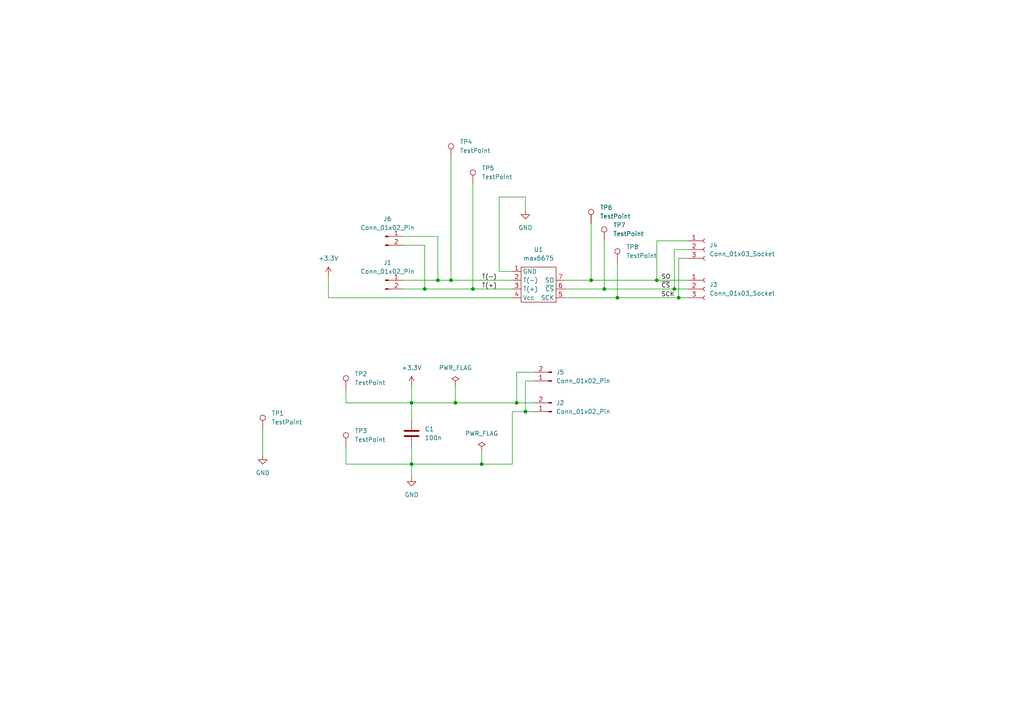
<source format=kicad_sch>
(kicad_sch (version 20230121) (generator eeschema)
  (paper "A4")
  (title_block (title "Digital thermocouple amplifier") (date "2024-04-02") (rev "1.0.0") (company "Philipp Rapp"))
  (lib_symbols
    (symbol "Connector:Conn_01x02_Pin" (pin_names (offset 1.016) hide)
      (property "Reference" "J" (at 0 2.54 0))
      (property "Value" "Conn_01x02_Pin" (at 0 -5.08 0))
      (symbol "Conn_01x02_Pin_1_1"
        (polyline (pts (xy 1.27 -2.54) (xy 0.8636 -2.54)) (stroke (width 0.1524)))
        (polyline (pts (xy 1.27 0) (xy 0.8636 0)) (stroke (width 0.1524)))
        (rectangle (start 0.8636 -2.413) (end 0 -2.667) (stroke (width 0.1524)) (fill (type outline)))
        (rectangle (start 0.8636 0.127) (end 0 -0.127) (stroke (width 0.1524)) (fill (type outline)))
        (pin passive line (at 5.08 0 180) (length 3.81) (name "Pin_1") (number "1"))
        (pin passive line (at 5.08 -2.54 180) (length 3.81) (name "Pin_2") (number "2"))
      )
    )
    (symbol "Connector:Conn_01x03_Socket" (pin_names (offset 1.016) hide)
      (property "Reference" "J" (at 0 5.08 0))
      (property "Value" "Conn_01x03_Socket" (at 0 -5.08 0))
      (symbol "Conn_01x03_Socket_1_1"
        (arc (start 0 -2.032) (mid -0.5058 -2.54) (end 0 -3.048) (stroke (width 0.1524)))
        (polyline (pts (xy -1.27 -2.54) (xy -0.508 -2.54)) (stroke (width 0.1524)))
        (polyline (pts (xy -1.27 0) (xy -0.508 0)) (stroke (width 0.1524)))
        (polyline (pts (xy -1.27 2.54) (xy -0.508 2.54)) (stroke (width 0.1524)))
        (arc (start 0 0.508) (mid -0.5058 0) (end 0 -0.508) (stroke (width 0.1524)))
        (arc (start 0 3.048) (mid -0.5058 2.54) (end 0 2.032) (stroke (width 0.1524)))
        (pin passive line (at -5.08 2.54 0) (length 3.81) (name "Pin_1") (number "1"))
        (pin passive line (at -5.08 0 0) (length 3.81) (name "Pin_2") (number "2"))
        (pin passive line (at -5.08 -2.54 0) (length 3.81) (name "Pin_3") (number "3"))
      )
    )
    (symbol "Connector:TestPoint" (pin_numbers hide) (pin_names (offset 0.762) hide)
      (property "Reference" "TP" (at 0 6.858 0))
      (property "Value" "TestPoint" (at 0 5.08 0))
      (symbol "TestPoint_0_1"
        (circle (center 0 3.302) (radius 0.762))
      )
      (symbol "TestPoint_1_1"
        (pin passive line (at 0 0 90) (length 2.54) (name "1") (number "1"))
      )
    )
    (symbol "Device:C" (pin_numbers hide) (pin_names (offset 0.254))
      (property "Reference" "C" (at 0.635 2.54 0))
      (property "Value" "C" (at 0.635 -2.54 0))
      (symbol "C_0_1"
        (polyline (pts (xy -2.032 -0.762) (xy 2.032 -0.762)) (stroke (width 0.508)))
        (polyline (pts (xy -2.032 0.762) (xy 2.032 0.762)) (stroke (width 0.508)))
      )
      (symbol "C_1_1"
        (pin passive line (at 0 3.81 270) (length 2.794) (name "~") (number "1"))
        (pin passive line (at 0 -3.81 90) (length 2.794) (name "~") (number "2"))
      )
    )
    (symbol "max6675:max6675"
      (property "Reference" "U" (at 0 -6.35 0))
      (property "Value" "max6675" (at 0 6.35 0))
      (symbol "max6675_0_1"
        (rectangle (start -5.08 5.08) (end 5.08 -5.08))
      )
      (symbol "max6675_1_1"
        (pin power_in line (at -7.62 3.81 0) (length 2.54) (name "GND") (number "1"))
        (pin input line (at -7.62 1.27 0) (length 2.54) (name "T(-)") (number "2"))
        (pin input line (at -7.62 -1.27 0) (length 2.54) (name "T(+)") (number "3"))
        (pin power_in line (at -7.62 -3.81 0) (length 2.54) (name "Vcc") (number "4"))
        (pin input line (at 7.62 -3.81 180) (length 2.54) (name "SCK") (number "5"))
        (pin input line (at 7.62 -1.27 180) (length 2.54) (name "~{CS}") (number "6"))
        (pin output line (at 7.62 1.27 180) (length 2.54) (name "SO") (number "7"))
      )
    )
    (symbol "power:+3.3V" (power) (pin_names (offset 0))
      (property "Value" "+3.3V" (at 0 3.556 0))
      (symbol "+3.3V_0_1"
        (polyline (pts (xy -0.762 1.27) (xy 0 2.54)))
        (polyline (pts (xy 0 0) (xy 0 2.54)))
        (polyline (pts (xy 0 2.54) (xy 0.762 1.27)))
      )
      (symbol "+3.3V_1_1"
        (pin power_in line (at 0 0 90) (length 0) hide (name "+3.3V") (number "1"))
      )
    )
    (symbol "power:GND" (power) (pin_names (offset 0))
      (property "Value" "GND" (at 0 -3.81 0))
      (symbol "GND_0_1"
        (polyline (pts (xy 0 0) (xy 0 -1.27) (xy 1.27 -1.27) (xy 0 -2.54) (xy -1.27 -1.27) (xy 0 -1.27)))
      )
      (symbol "GND_1_1"
        (pin power_in line (at 0 0 270) (length 0) hide (name "GND") (number "1"))
      )
    )
    (symbol "power:PWR_FLAG" (power) (pin_numbers hide) (pin_names (offset 0) hide)
      (property "Value" "PWR_FLAG" (at 0 3.81 0))
      (symbol "PWR_FLAG_0_0"
        (pin power_out line (at 0 0 90) (length 0) (name "pwr") (number "1"))
      )
      (symbol "PWR_FLAG_0_1"
        (polyline (pts (xy 0 0) (xy 0 1.27) (xy -1.016 1.905) (xy 0 2.54) (xy 1.016 1.905) (xy 0 1.27)))
      )
    )
  )
  (junction (at 139.7 134.62))
  (junction (at 149.86 116.84))
  (junction (at 119.38 134.62))
  (junction (at 130.81 81.28))
  (junction (at 127 81.28))
  (junction (at 119.38 116.84))
  (junction (at 132.08 116.84))
  (junction (at 175.26 83.82))
  (junction (at 196.85 86.36))
  (junction (at 171.45 81.28))
  (junction (at 190.5 81.28))
  (junction (at 152.4 119.38))
  (junction (at 137.16 83.82))
  (junction (at 123.19 83.82))
  (junction (at 179.07 86.36))
  (junction (at 195.58 83.82))
  (wire (pts (xy 119.38 134.62) (xy 119.38 138.43)))
  (wire (pts (xy 195.58 72.39) (xy 195.58 83.82)))
  (wire (pts (xy 154.94 107.95) (xy 149.86 107.95)))
  (wire (pts (xy 76.2 124.46) (xy 76.2 132.08)))
  (wire (pts (xy 199.39 69.85) (xy 190.5 69.85)))
  (wire (pts (xy 163.83 83.82) (xy 175.26 83.82)))
  (wire (pts (xy 154.94 119.38) (xy 152.4 119.38)))
  (wire (pts (xy 132.08 116.84) (xy 132.08 111.76)))
  (wire (pts (xy 100.33 129.54) (xy 100.33 134.62)))
  (wire (pts (xy 148.59 134.62) (xy 139.7 134.62)))
  (wire (pts (xy 137.16 83.82) (xy 148.59 83.82)))
  (wire (pts (xy 199.39 74.93) (xy 196.85 74.93)))
  (wire (pts (xy 163.83 86.36) (xy 179.07 86.36)))
  (wire (pts (xy 127 81.28) (xy 130.81 81.28)))
  (wire (pts (xy 144.78 78.74) (xy 144.78 57.15)))
  (wire (pts (xy 130.81 81.28) (xy 148.59 81.28)))
  (wire (pts (xy 127 68.58) (xy 127 81.28)))
  (wire (pts (xy 100.33 113.03) (xy 100.33 116.84)))
  (wire (pts (xy 116.84 71.12) (xy 123.19 71.12)))
  (wire (pts (xy 100.33 134.62) (xy 119.38 134.62)))
  (wire (pts (xy 195.58 83.82) (xy 199.39 83.82)))
  (wire (pts (xy 175.26 69.85) (xy 175.26 83.82)))
  (wire (pts (xy 119.38 129.54) (xy 119.38 134.62)))
  (wire (pts (xy 154.94 110.49) (xy 152.4 110.49)))
  (wire (pts (xy 196.85 74.93) (xy 196.85 86.36)))
  (wire (pts (xy 119.38 116.84) (xy 119.38 121.92)))
  (wire (pts (xy 100.33 116.84) (xy 119.38 116.84)))
  (wire (pts (xy 130.81 45.72) (xy 130.81 81.28)))
  (wire (pts (xy 132.08 116.84) (xy 149.86 116.84)))
  (wire (pts (xy 144.78 57.15) (xy 152.4 57.15)))
  (wire (pts (xy 152.4 119.38) (xy 148.59 119.38)))
  (wire (pts (xy 171.45 64.77) (xy 171.45 81.28)))
  (wire (pts (xy 149.86 107.95) (xy 149.86 116.84)))
  (wire (pts (xy 179.07 86.36) (xy 196.85 86.36)))
  (wire (pts (xy 152.4 57.15) (xy 152.4 60.96)))
  (wire (pts (xy 148.59 78.74) (xy 144.78 78.74)))
  (wire (pts (xy 179.07 76.2) (xy 179.07 86.36)))
  (wire (pts (xy 139.7 134.62) (xy 139.7 130.81)))
  (wire (pts (xy 163.83 81.28) (xy 171.45 81.28)))
  (wire (pts (xy 119.38 111.76) (xy 119.38 116.84)))
  (wire (pts (xy 123.19 83.82) (xy 137.16 83.82)))
  (wire (pts (xy 116.84 83.82) (xy 123.19 83.82)))
  (wire (pts (xy 190.5 81.28) (xy 199.39 81.28)))
  (wire (pts (xy 152.4 110.49) (xy 152.4 119.38)))
  (wire (pts (xy 116.84 81.28) (xy 127 81.28)))
  (wire (pts (xy 199.39 72.39) (xy 195.58 72.39)))
  (wire (pts (xy 95.25 86.36) (xy 148.59 86.36)))
  (wire (pts (xy 116.84 68.58) (xy 127 68.58)))
  (wire (pts (xy 175.26 83.82) (xy 195.58 83.82)))
  (wire (pts (xy 123.19 71.12) (xy 123.19 83.82)))
  (wire (pts (xy 119.38 134.62) (xy 139.7 134.62)))
  (wire (pts (xy 137.16 53.34) (xy 137.16 83.82)))
  (wire (pts (xy 196.85 86.36) (xy 199.39 86.36)))
  (wire (pts (xy 148.59 119.38) (xy 148.59 134.62)))
  (wire (pts (xy 149.86 116.84) (xy 154.94 116.84)))
  (wire (pts (xy 95.25 80.01) (xy 95.25 86.36)))
  (wire (pts (xy 119.38 116.84) (xy 132.08 116.84)))
  (wire (pts (xy 171.45 81.28) (xy 190.5 81.28)))
  (wire (pts (xy 190.5 69.85) (xy 190.5 81.28)))
  (label "~{CS}" (at 191.77 83.82 0))
  (label "SCK" (at 191.77 86.36 0))
  (label "T(+)" (at 139.7 83.82 0))
  (label "SO" (at 191.77 81.28 0))
  (label "T(-)" (at 139.7 81.28 0))
  (symbol (lib_id "Connector:TestPoint") (at 76.2 124.46 0) (unit 1)
    (property "Reference" "TP1" (at 78.74 119.888 0) (effects (justify left)))
    (property "Value" "TestPoint" (at 78.74 122.428 0) (effects (justify left)))
    (property "Footprint" "TestPoint:TestPoint_THTPad_4.0x4.0mm_Drill2.0mm" (effects hide))
  )
  (symbol (lib_id "max6675:max6675") (at 156.21 82.55 0) (unit 1)
    (property "Reference" "U1" (at 156.21 72.39 0))
    (property "Value" "max6675" (at 156.21 74.93 0))
    (property "Footprint" "max6675:max6675" (effects hide))
  )
  (symbol (lib_id "power:PWR_FLAG") (at 132.08 111.76 0) (unit 1)
    (property "Reference" "#FLG01" (effects hide))
    (property "Value" "PWR_FLAG" (at 132.08 106.68 0))
  )
  (symbol (lib_id "Connector:Conn_01x03_Socket") (at 204.47 83.82 0) (unit 1)
    (property "Reference" "J3" (at 205.74 82.55 0) (effects (justify left)))
    (property "Value" "Conn_01x03_Socket" (at 205.74 85.09 0) (effects (justify left)))
    (property "Footprint" "Connector_PinSocket_2.54mm:PinSocket_1x03_P2.54mm_Vertical" (effects hide))
  )
  (symbol (lib_id "Connector:TestPoint") (at 130.81 45.72 0) (unit 1)
    (property "Reference" "TP4" (at 133.35 41.148 0) (effects (justify left)))
    (property "Value" "TestPoint" (at 133.35 43.688 0) (effects (justify left)))
    (property "Footprint" "TestPoint:TestPoint_Pad_2.0x2.0mm" (effects hide))
  )
  (symbol (lib_id "power:+3.3V") (at 95.25 80.01 0) (unit 1)
    (property "Reference" "#PWR02" (effects hide))
    (property "Value" "+3.3V" (at 95.25 74.93 0))
  )
  (symbol (lib_id "Device:C") (at 119.38 125.73 0) (unit 1)
    (property "Reference" "C1" (at 123.19 124.46 0) (effects (justify left)))
    (property "Value" "100n" (at 123.19 127 0) (effects (justify left)))
    (property "Footprint" "Capacitor_THT:C_Disc_D5.0mm_W2.5mm_P2.50mm" (effects hide))
  )
  (symbol (lib_id "Connector:Conn_01x02_Pin") (at 111.76 81.28 0) (unit 1)
    (property "Reference" "J1" (at 112.395 76.2 0))
    (property "Value" "Conn_01x02_Pin" (at 112.395 78.74 0))
    (property "Footprint" "Connector_PinSocket_2.54mm:PinSocket_1x02_P2.54mm_Vertical" (effects hide))
  )
  (symbol (lib_id "Connector:TestPoint") (at 175.26 69.85 0) (unit 1)
    (property "Reference" "TP7" (at 177.8 65.278 0) (effects (justify left)))
    (property "Value" "TestPoint" (at 177.8 67.818 0) (effects (justify left)))
    (property "Footprint" "TestPoint:TestPoint_Pad_2.0x2.0mm" (effects hide))
  )
  (symbol (lib_id "power:GND") (at 119.38 138.43 0) (unit 1)
    (property "Reference" "#PWR04" (effects hide))
    (property "Value" "GND" (at 119.38 143.51 0))
  )
  (symbol (lib_id "Connector:TestPoint") (at 137.16 53.34 0) (unit 1)
    (property "Reference" "TP5" (at 139.7 48.768 0) (effects (justify left)))
    (property "Value" "TestPoint" (at 139.7 51.308 0) (effects (justify left)))
    (property "Footprint" "TestPoint:TestPoint_Pad_2.0x2.0mm" (effects hide))
  )
  (symbol (lib_id "Connector:Conn_01x03_Socket") (at 204.47 72.39 0) (unit 1)
    (property "Reference" "J4" (at 205.74 71.12 0) (effects (justify left)))
    (property "Value" "Conn_01x03_Socket" (at 205.74 73.66 0) (effects (justify left)))
    (property "Footprint" "Connector_PinSocket_2.54mm:PinSocket_1x03_P2.54mm_Vertical" (effects hide))
  )
  (symbol (lib_id "Connector:TestPoint") (at 100.33 113.03 0) (unit 1)
    (property "Reference" "TP2" (at 102.87 108.458 0) (effects (justify left)))
    (property "Value" "TestPoint" (at 102.87 110.998 0) (effects (justify left)))
    (property "Footprint" "TestPoint:TestPoint_Pad_2.0x2.0mm" (effects hide))
  )
  (symbol (lib_id "Connector:TestPoint") (at 100.33 129.54 0) (unit 1)
    (property "Reference" "TP3" (at 102.87 124.968 0) (effects (justify left)))
    (property "Value" "TestPoint" (at 102.87 127.508 0) (effects (justify left)))
    (property "Footprint" "TestPoint:TestPoint_Plated_Hole_D2.0mm" (effects hide))
  )
  (symbol (lib_id "Connector:TestPoint") (at 179.07 76.2 0) (unit 1)
    (property "Reference" "TP8" (at 181.61 71.628 0) (effects (justify left)))
    (property "Value" "TestPoint" (at 181.61 74.168 0) (effects (justify left)))
    (property "Footprint" "TestPoint:TestPoint_Pad_2.0x2.0mm" (effects hide))
  )
  (symbol (lib_id "Connector:Conn_01x02_Pin") (at 111.76 68.58 0) (unit 1)
    (property "Reference" "J6" (at 112.395 63.5 0))
    (property "Value" "Conn_01x02_Pin" (at 112.395 66.04 0))
    (property "Footprint" "Connector_PinSocket_2.54mm:PinSocket_1x02_P2.54mm_Vertical" (effects hide))
  )
  (symbol (lib_id "power:PWR_FLAG") (at 139.7 130.81 0) (unit 1)
    (property "Reference" "#FLG02" (effects hide))
    (property "Value" "PWR_FLAG" (at 139.7 125.73 0))
  )
  (symbol (lib_id "Connector:TestPoint") (at 171.45 64.77 0) (unit 1)
    (property "Reference" "TP6" (at 173.99 60.198 0) (effects (justify left)))
    (property "Value" "TestPoint" (at 173.99 62.738 0) (effects (justify left)))
    (property "Footprint" "TestPoint:TestPoint_Pad_2.0x2.0mm" (effects hide))
  )
  (symbol (lib_id "power:GND") (at 152.4 60.96 0) (unit 1)
    (property "Reference" "#PWR05" (effects hide))
    (property "Value" "GND" (at 152.4 66.04 0))
  )
  (symbol (lib_id "Connector:Conn_01x02_Pin") (at 160.02 119.38 180) (unit 1)
    (property "Reference" "J2" (at 161.29 116.84 0) (effects (justify right)))
    (property "Value" "Conn_01x02_Pin" (at 161.29 119.38 0) (effects (justify right)))
    (property "Footprint" "Connector_PinSocket_2.54mm:PinSocket_1x02_P2.54mm_Vertical" (effects hide))
  )
  (symbol (lib_id "power:GND") (at 76.2 132.08 0) (unit 1)
    (property "Reference" "#PWR01" (effects hide))
    (property "Value" "GND" (at 76.2 137.16 0))
  )
  (symbol (lib_id "power:+3.3V") (at 119.38 111.76 0) (unit 1)
    (property "Reference" "#PWR03" (effects hide))
    (property "Value" "+3.3V" (at 119.38 106.68 0))
  )
  (symbol (lib_id "Connector:Conn_01x02_Pin") (at 160.02 110.49 180) (unit 1)
    (property "Reference" "J5" (at 161.29 107.95 0) (effects (justify right)))
    (property "Value" "Conn_01x02_Pin" (at 161.29 110.49 0) (effects (justify right)))
    (property "Footprint" "Connector_PinSocket_2.54mm:PinSocket_1x02_P2.54mm_Vertical" (effects hide))
  )
)
</source>
